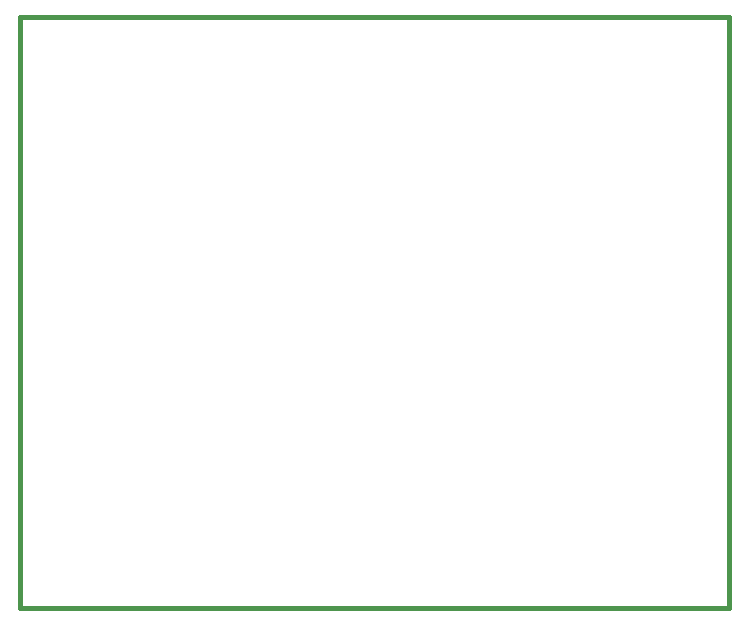
<source format=gbr>
G04 (created by PCBNEW-RS274X (2012-07-14 BZR 3647)-testing) date Mon 16 Jul 2012 02:51:49 PM EEST*
%MOIN*%
G04 Gerber Fmt 3.4, Leading zero omitted, Abs format*
%FSLAX34Y34*%
G01*
G70*
G90*
G04 APERTURE LIST*
%ADD10C,0.006*%
%ADD11C,0.015*%
G04 APERTURE END LIST*
G54D10*
G54D11*
X71181Y-76654D02*
X47559Y-76654D01*
X47559Y-56969D02*
X71181Y-56969D01*
X47560Y-56969D02*
X47560Y-76654D01*
X71181Y-76654D02*
X71181Y-56969D01*
M02*

</source>
